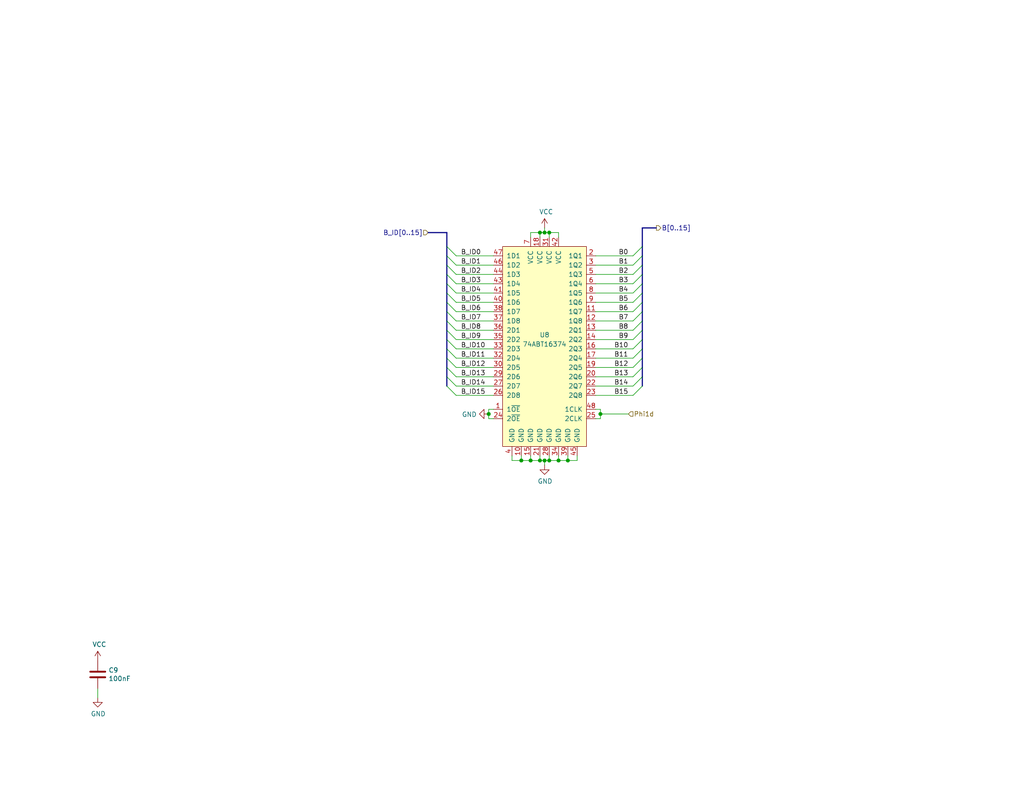
<source format=kicad_sch>
(kicad_sch (version 20250114) (generator "eeschema") (generator_version "9.0")
  (paper "USLetter")
  (title_block (date "2022-04-13") (rev "A"))
  (lib_symbols
    (symbol "74xx (kicad5):74ABT16374" (pin_names (offset 1.016))
      (property "Reference" "U" (at 0 1.27 0))
      (property "Value" "74ABT16374" (at 0 -1.27 0))
      (symbol "74ABT16374_0_0"
        (pin input line (at -13.97 21.59 0) (length 2.54) (name "1D1") (number "47"))
        (pin input line (at -13.97 19.05 0) (length 2.54) (name "1D2") (number "46"))
        (pin input line (at -13.97 16.51 0) (length 2.54) (name "1D3") (number "44"))
        (pin input line (at -13.97 13.97 0) (length 2.54) (name "1D4") (number "43"))
        (pin input line (at -13.97 11.43 0) (length 2.54) (name "1D5") (number "41"))
        (pin input line (at -13.97 8.89 0) (length 2.54) (name "1D6") (number "40"))
        (pin input line (at -13.97 6.35 0) (length 2.54) (name "1D7") (number "38"))
        (pin input line (at -13.97 3.81 0) (length 2.54) (name "1D8") (number "37"))
        (pin input line (at -13.97 1.27 0) (length 2.54) (name "2D1") (number "36"))
        (pin input line (at -13.97 -1.27 0) (length 2.54) (name "2D2") (number "35"))
        (pin input line (at -13.97 -3.81 0) (length 2.54) (name "2D3") (number "33"))
        (pin input line (at -13.97 -6.35 0) (length 2.54) (name "2D4") (number "32"))
        (pin input line (at -13.97 -8.89 0) (length 2.54) (name "2D5") (number "30"))
        (pin input line (at -13.97 -11.43 0) (length 2.54) (name "2D6") (number "29"))
        (pin input line (at -13.97 -13.97 0) (length 2.54) (name "2D7") (number "27"))
        (pin input line (at -13.97 -16.51 0) (length 2.54) (name "2D8") (number "26"))
        (pin input line (at -13.97 -20.32 0) (length 2.54) (name "1~{OE}") (number "1"))
        (pin input line (at -13.97 -22.86 0) (length 2.54) (name "2~{OE}") (number "24"))
        (pin power_in line (at -8.89 -33.02 90) (length 2.54) (name "GND") (number "4"))
        (pin power_in line (at -6.35 -33.02 90) (length 2.54) (name "GND") (number "10"))
        (pin power_in line (at -3.81 26.67 270) (length 2.54) (name "VCC") (number "7"))
        (pin power_in line (at -3.81 -33.02 90) (length 2.54) (name "GND") (number "15"))
        (pin power_in line (at -1.27 26.67 270) (length 2.54) (name "VCC") (number "18"))
        (pin power_in line (at -1.27 -33.02 90) (length 2.54) (name "GND") (number "21"))
        (pin power_in line (at 1.27 26.67 270) (length 2.54) (name "VCC") (number "31"))
        (pin power_in line (at 1.27 -33.02 90) (length 2.54) (name "GND") (number "28"))
        (pin power_in line (at 3.81 26.67 270) (length 2.54) (name "VCC") (number "42"))
        (pin power_in line (at 3.81 -33.02 90) (length 2.54) (name "GND") (number "34"))
        (pin power_in line (at 6.35 -33.02 90) (length 2.54) (name "GND") (number "39"))
        (pin power_in line (at 8.89 -33.02 90) (length 2.54) (name "GND") (number "45"))
        (pin tri_state line (at 13.97 21.59 180) (length 2.54) (name "1Q1") (number "2"))
        (pin tri_state line (at 13.97 19.05 180) (length 2.54) (name "1Q2") (number "3"))
        (pin tri_state line (at 13.97 16.51 180) (length 2.54) (name "1Q3") (number "5"))
        (pin tri_state line (at 13.97 13.97 180) (length 2.54) (name "1Q4") (number "6"))
        (pin tri_state line (at 13.97 11.43 180) (length 2.54) (name "1Q5") (number "8"))
        (pin tri_state line (at 13.97 8.89 180) (length 2.54) (name "1Q6") (number "9"))
        (pin tri_state line (at 13.97 6.35 180) (length 2.54) (name "1Q7") (number "11"))
        (pin tri_state line (at 13.97 3.81 180) (length 2.54) (name "1Q8") (number "12"))
        (pin tri_state line (at 13.97 1.27 180) (length 2.54) (name "2Q1") (number "13"))
        (pin tri_state line (at 13.97 -1.27 180) (length 2.54) (name "2Q2") (number "14"))
        (pin tri_state line (at 13.97 -3.81 180) (length 2.54) (name "2Q3") (number "16"))
        (pin tri_state line (at 13.97 -6.35 180) (length 2.54) (name "2Q4") (number "17"))
        (pin tri_state line (at 13.97 -8.89 180) (length 2.54) (name "2Q5") (number "19"))
        (pin tri_state line (at 13.97 -11.43 180) (length 2.54) (name "2Q6") (number "20"))
        (pin tri_state line (at 13.97 -13.97 180) (length 2.54) (name "2Q7") (number "22"))
        (pin tri_state line (at 13.97 -16.51 180) (length 2.54) (name "2Q8") (number "23"))
        (pin input line (at 13.97 -20.32 180) (length 2.54) (name "1CLK") (number "48"))
        (pin input line (at 13.97 -22.86 180) (length 2.54) (name "2CLK") (number "25"))
      )
      (symbol "74ABT16374_0_1"
        (rectangle (start -11.43 24.13) (end 11.43 -30.48) (fill (type background)))
      )
    )
    (symbol "Device:C" (pin_numbers (hide yes)) (pin_names (offset 0.254))
      (property "Reference" "C" (at 0.635 2.54 0))
      (property "Value" "C" (at 0.635 -2.54 0))
      (symbol "C_0_1"
        (polyline (pts (xy -2.032 0.762) (xy 2.032 0.762)) (stroke (width 0.508)))
        (polyline (pts (xy -2.032 -0.762) (xy 2.032 -0.762)) (stroke (width 0.508)))
      )
      (symbol "C_1_1"
        (pin passive line (at 0 3.81 270) (length 2.794) (name "~") (number "1"))
        (pin passive line (at 0 -3.81 90) (length 2.794) (name "~") (number "2"))
      )
    )
    (symbol "power:GND" (power) (pin_names (offset 0))
      (property "Value" "GND" (at 0 -3.81 0))
      (symbol "GND_0_1"
        (polyline (pts (xy 0 0) (xy 0 -1.27) (xy 1.27 -1.27) (xy 0 -2.54) (xy -1.27 -1.27) (xy 0 -1.27)))
      )
      (symbol "GND_1_1"
        (pin power_in line (at 0 0 270) (length 0) (hide yes) (name "GND") (number "1"))
      )
    )
    (symbol "power:VCC" (power) (pin_names (offset 0))
      (property "Value" "VCC" (at 0 3.81 0))
      (symbol "VCC_0_1"
        (polyline (pts (xy -0.762 1.27) (xy 0 2.54)))
        (polyline (pts (xy 0 2.54) (xy 0.762 1.27)))
        (polyline (pts (xy 0 0) (xy 0 2.54)))
      )
      (symbol "VCC_1_1"
        (pin power_in line (at 0 0 90) (length 0) (hide yes) (name "VCC") (number "1"))
      )
    )
  )
  (junction (at 152.4 125.73))
  (junction (at 133.35 113.03))
  (junction (at 163.83 113.03))
  (junction (at 149.86 125.73))
  (junction (at 148.59 63.5))
  (junction (at 149.86 63.5))
  (junction (at 144.78 125.73))
  (junction (at 147.32 125.73))
  (junction (at 147.32 63.5))
  (junction (at 142.24 125.73))
  (junction (at 154.94 125.73))
  (junction (at 148.59 125.73))
  (bus_entry (at 175.26 105.41) (size -2.54 2.54))
  (bus_entry (at 121.92 67.31) (size 2.54 2.54))
  (bus_entry (at 175.26 80.01) (size -2.54 2.54))
  (bus_entry (at 175.26 74.93) (size -2.54 2.54))
  (bus_entry (at 121.92 95.25) (size 2.54 2.54))
  (bus_entry (at 121.92 69.85) (size 2.54 2.54))
  (bus_entry (at 175.26 87.63) (size -2.54 2.54))
  (bus_entry (at 175.26 69.85) (size -2.54 2.54))
  (bus_entry (at 175.26 102.87) (size -2.54 2.54))
  (bus_entry (at 121.92 87.63) (size 2.54 2.54))
  (bus_entry (at 121.92 77.47) (size 2.54 2.54))
  (bus_entry (at 175.26 77.47) (size -2.54 2.54))
  (bus_entry (at 121.92 102.87) (size 2.54 2.54))
  (bus_entry (at 121.92 100.33) (size 2.54 2.54))
  (bus_entry (at 121.92 72.39) (size 2.54 2.54))
  (bus_entry (at 121.92 82.55) (size 2.54 2.54))
  (bus_entry (at 175.26 90.17) (size -2.54 2.54))
  (bus_entry (at 175.26 67.31) (size -2.54 2.54))
  (bus_entry (at 121.92 90.17) (size 2.54 2.54))
  (bus_entry (at 175.26 85.09) (size -2.54 2.54))
  (bus_entry (at 121.92 97.79) (size 2.54 2.54))
  (bus_entry (at 121.92 105.41) (size 2.54 2.54))
  (bus_entry (at 175.26 95.25) (size -2.54 2.54))
  (bus_entry (at 175.26 100.33) (size -2.54 2.54))
  (bus_entry (at 175.26 92.71) (size -2.54 2.54))
  (bus_entry (at 175.26 82.55) (size -2.54 2.54))
  (bus_entry (at 175.26 97.79) (size -2.54 2.54))
  (bus_entry (at 121.92 80.01) (size 2.54 2.54))
  (bus_entry (at 175.26 72.39) (size -2.54 2.54))
  (bus_entry (at 121.92 74.93) (size 2.54 2.54))
  (bus_entry (at 121.92 85.09) (size 2.54 2.54))
  (bus_entry (at 121.92 92.71) (size 2.54 2.54))
  (bus (pts (xy 121.92 72.39) (xy 121.92 74.93)))
  (bus (pts (xy 175.26 90.17) (xy 175.26 92.71)))
  (wire (pts (xy 124.46 102.87) (xy 134.62 102.87)))
  (wire (pts (xy 172.72 85.09) (xy 162.56 85.09)))
  (wire (pts (xy 162.56 111.76) (xy 163.83 111.76)))
  (wire (pts (xy 172.72 87.63) (xy 162.56 87.63)))
  (wire (pts (xy 139.7 125.73) (xy 142.24 125.73)))
  (wire (pts (xy 147.32 63.5) (xy 148.59 63.5)))
  (wire (pts (xy 26.67 190.5) (xy 26.67 187.96)))
  (wire (pts (xy 124.46 95.25) (xy 134.62 95.25)))
  (wire (pts (xy 172.72 82.55) (xy 162.56 82.55)))
  (bus (pts (xy 175.26 95.25) (xy 175.26 97.79)))
  (bus (pts (xy 121.92 102.87) (xy 121.92 105.41)))
  (wire (pts (xy 147.32 125.73) (xy 148.59 125.73)))
  (wire (pts (xy 124.46 92.71) (xy 134.62 92.71)))
  (wire (pts (xy 124.46 69.85) (xy 134.62 69.85)))
  (wire (pts (xy 124.46 97.79) (xy 134.62 97.79)))
  (bus (pts (xy 175.26 80.01) (xy 175.26 82.55)))
  (wire (pts (xy 144.78 64.77) (xy 144.78 63.5)))
  (wire (pts (xy 148.59 125.73) (xy 149.86 125.73)))
  (wire (pts (xy 124.46 72.39) (xy 134.62 72.39)))
  (bus (pts (xy 121.92 90.17) (xy 121.92 92.71)))
  (wire (pts (xy 142.24 124.46) (xy 142.24 125.73)))
  (wire (pts (xy 144.78 125.73) (xy 147.32 125.73)))
  (wire (pts (xy 147.32 124.46) (xy 147.32 125.73)))
  (bus (pts (xy 121.92 85.09) (xy 121.92 87.63)))
  (bus (pts (xy 175.26 62.23) (xy 175.26 67.31)))
  (wire (pts (xy 124.46 85.09) (xy 134.62 85.09)))
  (wire (pts (xy 133.35 113.03) (xy 133.35 114.3)))
  (bus (pts (xy 121.92 80.01) (xy 121.92 82.55)))
  (wire (pts (xy 148.59 62.23) (xy 148.59 63.5)))
  (wire (pts (xy 133.35 114.3) (xy 134.62 114.3)))
  (bus (pts (xy 175.26 97.79) (xy 175.26 100.33)))
  (wire (pts (xy 172.72 77.47) (xy 162.56 77.47)))
  (wire (pts (xy 124.46 107.95) (xy 134.62 107.95)))
  (bus (pts (xy 121.92 69.85) (xy 121.92 72.39)))
  (wire (pts (xy 124.46 90.17) (xy 134.62 90.17)))
  (wire (pts (xy 134.62 111.76) (xy 133.35 111.76)))
  (bus (pts (xy 175.26 69.85) (xy 175.26 72.39)))
  (bus (pts (xy 121.92 97.79) (xy 121.92 100.33)))
  (bus (pts (xy 175.26 87.63) (xy 175.26 90.17)))
  (wire (pts (xy 172.72 105.41) (xy 162.56 105.41)))
  (wire (pts (xy 124.46 77.47) (xy 134.62 77.47)))
  (wire (pts (xy 124.46 82.55) (xy 134.62 82.55)))
  (bus (pts (xy 121.92 92.71) (xy 121.92 95.25)))
  (bus (pts (xy 121.92 100.33) (xy 121.92 102.87)))
  (bus (pts (xy 121.92 87.63) (xy 121.92 90.17)))
  (wire (pts (xy 172.72 102.87) (xy 162.56 102.87)))
  (wire (pts (xy 149.86 124.46) (xy 149.86 125.73)))
  (wire (pts (xy 124.46 87.63) (xy 134.62 87.63)))
  (wire (pts (xy 172.72 72.39) (xy 162.56 72.39)))
  (bus (pts (xy 175.26 92.71) (xy 175.26 95.25)))
  (bus (pts (xy 121.92 77.47) (xy 121.92 80.01)))
  (wire (pts (xy 124.46 80.01) (xy 134.62 80.01)))
  (wire (pts (xy 163.83 114.3) (xy 162.56 114.3)))
  (wire (pts (xy 144.78 124.46) (xy 144.78 125.73)))
  (wire (pts (xy 124.46 74.93) (xy 134.62 74.93)))
  (bus (pts (xy 121.92 63.5) (xy 121.92 67.31)))
  (wire (pts (xy 163.83 111.76) (xy 163.83 113.03)))
  (wire (pts (xy 172.72 90.17) (xy 162.56 90.17)))
  (wire (pts (xy 172.72 97.79) (xy 162.56 97.79)))
  (wire (pts (xy 172.72 100.33) (xy 162.56 100.33)))
  (wire (pts (xy 172.72 92.71) (xy 162.56 92.71)))
  (bus (pts (xy 175.26 77.47) (xy 175.26 80.01)))
  (bus (pts (xy 121.92 95.25) (xy 121.92 97.79)))
  (bus (pts (xy 175.26 74.93) (xy 175.26 77.47)))
  (wire (pts (xy 154.94 125.73) (xy 157.48 125.73)))
  (bus (pts (xy 175.26 102.87) (xy 175.26 105.41)))
  (bus (pts (xy 121.92 74.93) (xy 121.92 77.47)))
  (bus (pts (xy 116.84 63.5) (xy 121.92 63.5)))
  (wire (pts (xy 172.72 80.01) (xy 162.56 80.01)))
  (wire (pts (xy 148.59 125.73) (xy 148.59 127)))
  (bus (pts (xy 121.92 82.55) (xy 121.92 85.09)))
  (wire (pts (xy 163.83 113.03) (xy 171.45 113.03)))
  (wire (pts (xy 149.86 63.5) (xy 152.4 63.5)))
  (wire (pts (xy 172.72 95.25) (xy 162.56 95.25)))
  (bus (pts (xy 121.92 67.31) (xy 121.92 69.85)))
  (wire (pts (xy 142.24 125.73) (xy 144.78 125.73)))
  (wire (pts (xy 152.4 63.5) (xy 152.4 64.77)))
  (wire (pts (xy 172.72 69.85) (xy 162.56 69.85)))
  (wire (pts (xy 139.7 124.46) (xy 139.7 125.73)))
  (wire (pts (xy 149.86 64.77) (xy 149.86 63.5)))
  (wire (pts (xy 133.35 111.76) (xy 133.35 113.03)))
  (bus (pts (xy 179.07 62.23) (xy 175.26 62.23)))
  (bus (pts (xy 175.26 100.33) (xy 175.26 102.87)))
  (wire (pts (xy 148.59 63.5) (xy 149.86 63.5)))
  (wire (pts (xy 124.46 105.41) (xy 134.62 105.41)))
  (bus (pts (xy 175.26 82.55) (xy 175.26 85.09)))
  (bus (pts (xy 175.26 67.31) (xy 175.26 69.85)))
  (wire (pts (xy 172.72 107.95) (xy 162.56 107.95)))
  (wire (pts (xy 152.4 124.46) (xy 152.4 125.73)))
  (wire (pts (xy 144.78 63.5) (xy 147.32 63.5)))
  (wire (pts (xy 152.4 125.73) (xy 154.94 125.73)))
  (wire (pts (xy 163.83 113.03) (xy 163.83 114.3)))
  (bus (pts (xy 175.26 72.39) (xy 175.26 74.93)))
  (wire (pts (xy 149.86 125.73) (xy 152.4 125.73)))
  (wire (pts (xy 172.72 74.93) (xy 162.56 74.93)))
  (wire (pts (xy 154.94 124.46) (xy 154.94 125.73)))
  (wire (pts (xy 124.46 100.33) (xy 134.62 100.33)))
  (wire (pts (xy 157.48 125.73) (xy 157.48 124.46)))
  (bus (pts (xy 175.26 85.09) (xy 175.26 87.63)))
  (wire (pts (xy 147.32 64.77) (xy 147.32 63.5)))
  (label "B5" (at 171.45 82.55 180))
  (label "B3" (at 171.45 77.47 180))
  (label "B4" (at 171.45 80.01 180))
  (label "B10" (at 171.45 95.25 180))
  (label "B_ID14" (at 125.73 105.41 0))
  (label "B2" (at 171.45 74.93 180))
  (label "B1" (at 171.45 72.39 180))
  (label "B6" (at 171.45 85.09 180))
  (label "B_ID9" (at 125.73 92.71 0))
  (label "B_ID0" (at 125.73 69.85 0))
  (label "B8" (at 171.45 90.17 180))
  (label "B15" (at 171.45 107.95 180))
  (label "B_ID7" (at 125.73 87.63 0))
  (label "B_ID11" (at 125.73 97.79 0))
  (label "B_ID2" (at 125.73 74.93 0))
  (label "B_ID3" (at 125.73 77.47 0))
  (label "B12" (at 171.45 100.33 180))
  (label "B_ID15" (at 125.73 107.95 0))
  (label "B_ID5" (at 125.73 82.55 0))
  (label "B14" (at 171.45 105.41 180))
  (label "B_ID1" (at 125.73 72.39 0))
  (label "B_ID13" (at 125.73 102.87 0))
  (label "B_ID4" (at 125.73 80.01 0))
  (label "B11" (at 171.45 97.79 180))
  (label "B13" (at 171.45 102.87 180))
  (label "B0" (at 171.45 69.85 180))
  (label "B_ID6" (at 125.73 85.09 0))
  (label "B7" (at 171.45 87.63 180))
  (label "B9" (at 171.45 92.71 180))
  (label "B_ID12" (at 125.73 100.33 0))
  (label "B_ID8" (at 125.73 90.17 0))
  (label "B_ID10" (at 125.73 95.25 0))
  (hierarchical_label "B_ID[0..15]" (shape input) (at 116.84 63.5 180))
  (hierarchical_label "Phi1d" (shape input) (at 171.45 113.03 0))
  (hierarchical_label "B[0..15]" (shape output) (at 179.07 62.23 0))
  (symbol (lib_id "Device:C") (at 26.67 184.15 0) (unit 1)
    (property "Reference" "C9" (at 29.591 182.9816 0) (effects (justify left)))
    (property "Value" "100nF" (at 29.591 185.293 0) (effects (justify left)))
    (property "Footprint" "Capacitor_SMD:C_0603_1608Metric_Pad1.08x0.95mm_HandSolder" (effects (hide yes)))
    (property "Mouser" "https://www.mouser.com/ProductDetail/963-EMK107B7104KAHT" (effects (hide yes)))
  )
  (symbol (lib_id "power:VCC") (at 26.67 180.34 0) (unit 1)
    (property "Reference" "#PWR034" (effects (hide yes)))
    (property "Value" "VCC" (at 27.1018 175.9458 0))
  )
  (symbol (lib_id "power:GND") (at 26.67 190.5 0) (unit 1)
    (property "Reference" "#PWR035" (effects (hide yes)))
    (property "Value" "GND" (at 26.797 194.8942 0))
  )
  (symbol (lib_id "power:GND") (at 133.35 113.03 270) (unit 1)
    (property "Reference" "#PWR036" (effects (hide yes)))
    (property "Value" "GND" (at 130.0988 113.157 90) (effects (justify right)))
  )
  (symbol (lib_id "power:VCC") (at 148.59 62.23 0) (unit 1)
    (property "Reference" "#PWR037" (effects (hide yes)))
    (property "Value" "VCC" (at 149.0218 57.8358 0))
  )
  (symbol (lib_id "power:GND") (at 148.59 127 0) (unit 1)
    (property "Reference" "#PWR038" (effects (hide yes)))
    (property "Value" "GND" (at 148.717 131.3942 0))
  )
  (symbol (lib_id "74xx (kicad5):74ABT16374") (at 148.59 91.44 0) (unit 1)
    (property "Reference" "U8" (at 148.59 91.44 0))
    (property "Value" "74ABT16374" (at 148.59 93.98 0))
    (property "Footprint" "Package_SO:TSSOP-48_6.1x12.5mm_P0.5mm" (effects (hide yes)))
    (property "Datasheet" "https://www.ti.com/lit/ds/symlink/sn74abt16374a.pdf?HQS=dis-mous-null-mousermode-dsf-pf-null-wwe&ts=1617318801237" (effects (hide yes)))
    (property "Mouser" "https://www.mouser.com/ProductDetail/Texas-Instruments/SN74ABT16374ADGGR?qs=%2Fha2pyFadui8Wf%2F61v2joCyY9bOa3peBR5btn0VUHs8%3D" (effects (hide yes)))
  )
)
</source>
